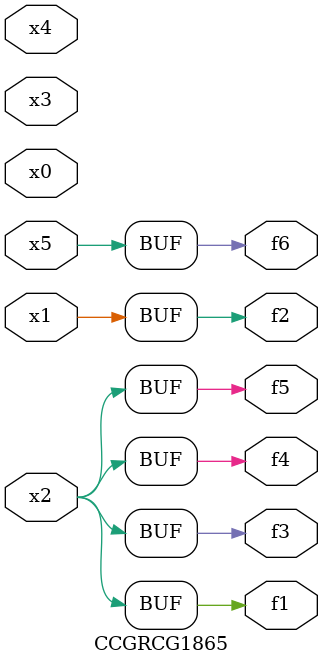
<source format=v>
module CCGRCG1865(
	input x0, x1, x2, x3, x4, x5,
	output f1, f2, f3, f4, f5, f6
);
	assign f1 = x2;
	assign f2 = x1;
	assign f3 = x2;
	assign f4 = x2;
	assign f5 = x2;
	assign f6 = x5;
endmodule

</source>
